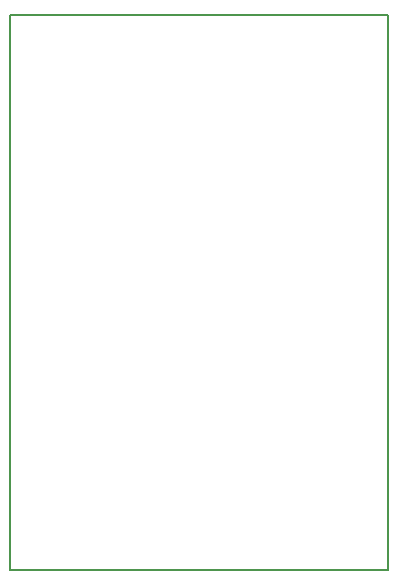
<source format=gm1>
G04 #@! TF.FileFunction,Profile,NP*
%FSLAX46Y46*%
G04 Gerber Fmt 4.6, Leading zero omitted, Abs format (unit mm)*
G04 Created by KiCad (PCBNEW 4.0.6-e0-6349~53~ubuntu14.04.1) date Thu Apr 13 01:04:40 2017*
%MOMM*%
%LPD*%
G01*
G04 APERTURE LIST*
%ADD10C,0.100000*%
%ADD11C,0.150000*%
G04 APERTURE END LIST*
D10*
D11*
X97000000Y-156500000D02*
X97000000Y-109500000D01*
X129000000Y-156500000D02*
X97000000Y-156500000D01*
X129000000Y-109500000D02*
X129000000Y-156500000D01*
X97000000Y-109500000D02*
X129000000Y-109500000D01*
M02*

</source>
